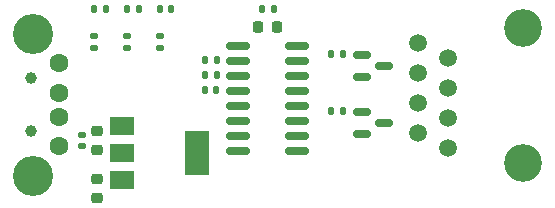
<source format=gbr>
%TF.GenerationSoftware,KiCad,Pcbnew,(6.0.4)*%
%TF.CreationDate,2023-01-25T09:54:27+09:00*%
%TF.ProjectId,naraetracker-usb-convertor,6e617261-6574-4726-9163-6b65722d7573,rev?*%
%TF.SameCoordinates,Original*%
%TF.FileFunction,Soldermask,Top*%
%TF.FilePolarity,Negative*%
%FSLAX46Y46*%
G04 Gerber Fmt 4.6, Leading zero omitted, Abs format (unit mm)*
G04 Created by KiCad (PCBNEW (6.0.4)) date 2023-01-25 09:54:27*
%MOMM*%
%LPD*%
G01*
G04 APERTURE LIST*
G04 Aperture macros list*
%AMRoundRect*
0 Rectangle with rounded corners*
0 $1 Rounding radius*
0 $2 $3 $4 $5 $6 $7 $8 $9 X,Y pos of 4 corners*
0 Add a 4 corners polygon primitive as box body*
4,1,4,$2,$3,$4,$5,$6,$7,$8,$9,$2,$3,0*
0 Add four circle primitives for the rounded corners*
1,1,$1+$1,$2,$3*
1,1,$1+$1,$4,$5*
1,1,$1+$1,$6,$7*
1,1,$1+$1,$8,$9*
0 Add four rect primitives between the rounded corners*
20,1,$1+$1,$2,$3,$4,$5,0*
20,1,$1+$1,$4,$5,$6,$7,0*
20,1,$1+$1,$6,$7,$8,$9,0*
20,1,$1+$1,$8,$9,$2,$3,0*%
G04 Aperture macros list end*
%ADD10RoundRect,0.150000X-0.825000X-0.150000X0.825000X-0.150000X0.825000X0.150000X-0.825000X0.150000X0*%
%ADD11RoundRect,0.225000X-0.250000X0.225000X-0.250000X-0.225000X0.250000X-0.225000X0.250000X0.225000X0*%
%ADD12RoundRect,0.135000X-0.135000X-0.185000X0.135000X-0.185000X0.135000X0.185000X-0.135000X0.185000X0*%
%ADD13RoundRect,0.140000X-0.140000X-0.170000X0.140000X-0.170000X0.140000X0.170000X-0.140000X0.170000X0*%
%ADD14RoundRect,0.140000X0.170000X-0.140000X0.170000X0.140000X-0.170000X0.140000X-0.170000X-0.140000X0*%
%ADD15RoundRect,0.147500X-0.147500X-0.172500X0.147500X-0.172500X0.147500X0.172500X-0.147500X0.172500X0*%
%ADD16C,3.200000*%
%ADD17C,1.520000*%
%ADD18R,2.000000X1.500000*%
%ADD19R,2.000000X3.800000*%
%ADD20C,1.000000*%
%ADD21C,1.600000*%
%ADD22C,3.400000*%
%ADD23RoundRect,0.135000X0.135000X0.185000X-0.135000X0.185000X-0.135000X-0.185000X0.135000X-0.185000X0*%
%ADD24RoundRect,0.135000X-0.185000X0.135000X-0.185000X-0.135000X0.185000X-0.135000X0.185000X0.135000X0*%
%ADD25RoundRect,0.150000X-0.587500X-0.150000X0.587500X-0.150000X0.587500X0.150000X-0.587500X0.150000X0*%
%ADD26RoundRect,0.225000X0.250000X-0.225000X0.250000X0.225000X-0.250000X0.225000X-0.250000X-0.225000X0*%
%ADD27RoundRect,0.225000X-0.225000X-0.250000X0.225000X-0.250000X0.225000X0.250000X-0.225000X0.250000X0*%
G04 APERTURE END LIST*
D10*
%TO.C,U2*%
X122747000Y-83947000D03*
X122747000Y-85217000D03*
X122747000Y-86487000D03*
X122747000Y-87757000D03*
X122747000Y-89027000D03*
X122747000Y-90297000D03*
X122747000Y-91567000D03*
X122747000Y-92837000D03*
X127697000Y-92837000D03*
X127697000Y-91567000D03*
X127697000Y-90297000D03*
X127697000Y-89027000D03*
X127697000Y-87757000D03*
X127697000Y-86487000D03*
X127697000Y-85217000D03*
X127697000Y-83947000D03*
%TD*%
D11*
%TO.C,C1*%
X110744000Y-95224000D03*
X110744000Y-96774000D03*
%TD*%
D12*
%TO.C,R4*%
X130554000Y-84582000D03*
X131574000Y-84582000D03*
%TD*%
D13*
%TO.C,C5*%
X124770000Y-80772000D03*
X125730000Y-80772000D03*
%TD*%
D14*
%TO.C,C3*%
X109474000Y-92428000D03*
X109474000Y-91468000D03*
%TD*%
D15*
%TO.C,LEDRX1*%
X113330000Y-80772000D03*
X114300000Y-80772000D03*
%TD*%
%TO.C,LEDPW1*%
X110536000Y-80772000D03*
X111506000Y-80772000D03*
%TD*%
D16*
%TO.C,RJ1*%
X146812000Y-93858000D03*
X146812000Y-82428000D03*
D17*
X140462000Y-92578000D03*
X137922000Y-91308000D03*
X140462000Y-90038000D03*
X137922000Y-88768000D03*
X140462000Y-87508000D03*
X137922000Y-86238000D03*
X140462000Y-84958000D03*
X137922000Y-83698000D03*
%TD*%
D18*
%TO.C,U1*%
X112928000Y-90664000D03*
D19*
X119228000Y-92964000D03*
D18*
X112928000Y-92964000D03*
X112928000Y-95264000D03*
%TD*%
D20*
%TO.C,USB1*%
X105191000Y-91150000D03*
X105191000Y-86650000D03*
D21*
X107541000Y-92400000D03*
X107541000Y-89900000D03*
X107541000Y-87900000D03*
X107521000Y-85400000D03*
D22*
X105381000Y-94900000D03*
X105381000Y-82900000D03*
%TD*%
D23*
%TO.C,R2*%
X120904000Y-86360000D03*
X119884000Y-86360000D03*
%TD*%
D24*
%TO.C,R6*%
X116078000Y-83058000D03*
X116078000Y-84078000D03*
%TD*%
D23*
%TO.C,R1*%
X120906000Y-85090000D03*
X119886000Y-85090000D03*
%TD*%
D24*
%TO.C,R5*%
X110490000Y-83058000D03*
X110490000Y-84078000D03*
%TD*%
D25*
%TO.C,Q2*%
X133174500Y-84648000D03*
X133174500Y-86548000D03*
X135049500Y-85598000D03*
%TD*%
D15*
%TO.C,LEDTX1*%
X116101000Y-80772000D03*
X117071000Y-80772000D03*
%TD*%
D26*
%TO.C,C2*%
X110744000Y-92710000D03*
X110744000Y-91160000D03*
%TD*%
D13*
%TO.C,C4*%
X119916000Y-87630000D03*
X120876000Y-87630000D03*
%TD*%
D24*
%TO.C,R7*%
X113284000Y-83058000D03*
X113284000Y-84078000D03*
%TD*%
D25*
%TO.C,Q1*%
X133174500Y-89474000D03*
X133174500Y-91374000D03*
X135049500Y-90424000D03*
%TD*%
D27*
%TO.C,C6*%
X124434000Y-82296000D03*
X125984000Y-82296000D03*
%TD*%
D12*
%TO.C,R3*%
X130552000Y-89408000D03*
X131572000Y-89408000D03*
%TD*%
M02*

</source>
